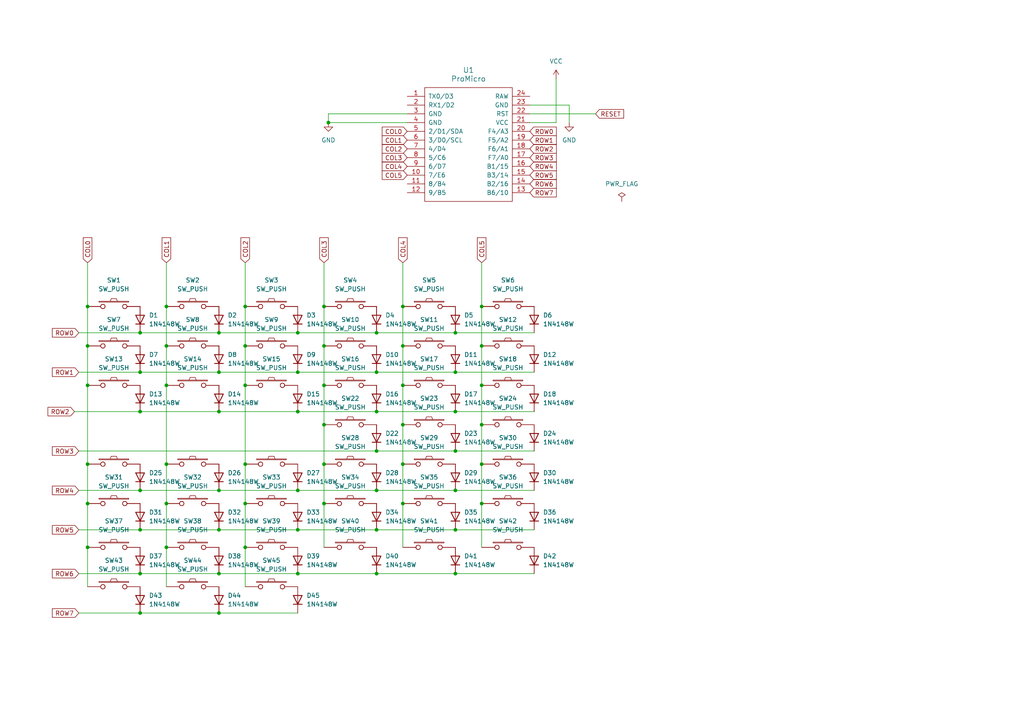
<source format=kicad_sch>
(kicad_sch (version 20230121) (generator eeschema)
  (paper "A4")
  (lib_symbols
    (symbol "Diode:1N4148W" (pin_numbers hide) (pin_names hide)
      (property "Reference" "D" (at 0 2.54 0))
      (property "Value" "1N4148W" (at 0 -2.54 0))
      (symbol "1N4148W_0_1"
        (polyline (pts (xy -1.27 1.27) (xy -1.27 -1.27)) (stroke (width 0.254)))
        (polyline (pts (xy 1.27 0) (xy -1.27 0)))
        (polyline (pts (xy 1.27 1.27) (xy 1.27 -1.27) (xy -1.27 0) (xy 1.27 1.27)) (stroke (width 0.254)))
      )
      (symbol "1N4148W_1_1"
        (pin passive line (at -3.81 0 0) (length 2.54) (name "K") (number "1"))
        (pin passive line (at 3.81 0 180) (length 2.54) (name "A") (number "2"))
      )
    )
    (symbol "kbd:ProMicro" (pin_names (offset 1.016))
      (property "Reference" "U" (at 0 19.05 0))
      (property "Value" "ProMicro" (at 0 -19.05 0))
      (symbol "ProMicro_0_1"
        (rectangle (start -12.7 16.51) (end 12.7 -16.51))
      )
      (symbol "ProMicro_1_1"
        (pin bidirectional line (at -17.78 13.97 0) (length 5.08) (name "TX0/D3") (number "1"))
        (pin bidirectional line (at -17.78 -8.89 0) (length 5.08) (name "7/E6") (number "10"))
        (pin bidirectional line (at -17.78 -11.43 0) (length 5.08) (name "8/B4") (number "11"))
        (pin bidirectional line (at -17.78 -13.97 0) (length 5.08) (name "9/B5") (number "12"))
        (pin bidirectional line (at 17.78 -13.97 180) (length 5.08) (name "B6/10") (number "13"))
        (pin bidirectional line (at 17.78 -11.43 180) (length 5.08) (name "B2/16") (number "14"))
        (pin bidirectional line (at 17.78 -8.89 180) (length 5.08) (name "B3/14") (number "15"))
        (pin bidirectional line (at 17.78 -6.35 180) (length 5.08) (name "B1/15") (number "16"))
        (pin bidirectional line (at 17.78 -3.81 180) (length 5.08) (name "F7/A0") (number "17"))
        (pin bidirectional line (at 17.78 -1.27 180) (length 5.08) (name "F6/A1") (number "18"))
        (pin bidirectional line (at 17.78 1.27 180) (length 5.08) (name "F5/A2") (number "19"))
        (pin bidirectional line (at -17.78 11.43 0) (length 5.08) (name "RX1/D2") (number "2"))
        (pin bidirectional line (at 17.78 3.81 180) (length 5.08) (name "F4/A3") (number "20"))
        (pin power_in line (at 17.78 6.35 180) (length 5.08) (name "VCC") (number "21"))
        (pin input line (at 17.78 8.89 180) (length 5.08) (name "RST") (number "22"))
        (pin power_in line (at 17.78 11.43 180) (length 5.08) (name "GND") (number "23"))
        (pin power_out line (at 17.78 13.97 180) (length 5.08) (name "RAW") (number "24"))
        (pin power_in line (at -17.78 8.89 0) (length 5.08) (name "GND") (number "3"))
        (pin power_in line (at -17.78 6.35 0) (length 5.08) (name "GND") (number "4"))
        (pin bidirectional line (at -17.78 3.81 0) (length 5.08) (name "2/D1/SDA") (number "5"))
        (pin bidirectional line (at -17.78 1.27 0) (length 5.08) (name "3/D0/SCL") (number "6"))
        (pin bidirectional line (at -17.78 -1.27 0) (length 5.08) (name "4/D4") (number "7"))
        (pin bidirectional line (at -17.78 -3.81 0) (length 5.08) (name "5/C6") (number "8"))
        (pin bidirectional line (at -17.78 -6.35 0) (length 5.08) (name "6/D7") (number "9"))
      )
    )
    (symbol "kbd:SW_PUSH" (pin_numbers hide) (pin_names (offset 1.016) hide)
      (property "Reference" "SW" (at 3.81 2.794 0))
      (property "Value" "SW_PUSH" (at 0 -2.032 0))
      (symbol "SW_PUSH_0_1"
        (rectangle (start -4.318 1.27) (end 4.318 1.524))
        (polyline (pts (xy -1.016 1.524) (xy -0.762 2.286) (xy 0.762 2.286) (xy 1.016 1.524)))
        (pin passive inverted (at -7.62 0 0) (length 5.08) (name "1") (number "1"))
        (pin passive inverted (at 7.62 0 180) (length 5.08) (name "2") (number "2"))
      )
    )
    (symbol "power:GND" (power) (pin_names (offset 0))
      (property "Value" "GND" (at 0 -3.81 0))
      (symbol "GND_0_1"
        (polyline (pts (xy 0 0) (xy 0 -1.27) (xy 1.27 -1.27) (xy 0 -2.54) (xy -1.27 -1.27) (xy 0 -1.27)))
      )
      (symbol "GND_1_1"
        (pin power_in line (at 0 0 270) (length 0) hide (name "GND") (number "1"))
      )
    )
    (symbol "power:PWR_FLAG" (power) (pin_numbers hide) (pin_names (offset 0) hide)
      (property "Value" "PWR_FLAG" (at 0 3.81 0))
      (symbol "PWR_FLAG_0_0"
        (pin power_out line (at 0 0 90) (length 0) (name "pwr") (number "1"))
      )
      (symbol "PWR_FLAG_0_1"
        (polyline (pts (xy 0 0) (xy 0 1.27) (xy -1.016 1.905) (xy 0 2.54) (xy 1.016 1.905) (xy 0 1.27)))
      )
    )
    (symbol "power:VCC" (power) (pin_names (offset 0))
      (property "Value" "VCC" (at 0 3.81 0))
      (symbol "VCC_0_1"
        (polyline (pts (xy -0.762 1.27) (xy 0 2.54)))
        (polyline (pts (xy 0 0) (xy 0 2.54)))
        (polyline (pts (xy 0 2.54) (xy 0.762 1.27)))
      )
      (symbol "VCC_1_1"
        (pin power_in line (at 0 0 90) (length 0) hide (name "VCC") (number "1"))
      )
    )
  )
  (junction (at 40.64 96.52))
  (junction (at 139.7 111.76))
  (junction (at 86.36 96.52))
  (junction (at 93.98 88.9))
  (junction (at 48.26 134.62))
  (junction (at 116.84 123.19))
  (junction (at 132.08 119.38))
  (junction (at 86.36 166.37))
  (junction (at 63.5 166.37))
  (junction (at 132.08 107.95))
  (junction (at 63.5 107.95))
  (junction (at 48.26 88.9))
  (junction (at 93.98 146.05))
  (junction (at 93.98 123.19))
  (junction (at 25.4 100.33))
  (junction (at 116.84 134.62))
  (junction (at 63.5 177.8))
  (junction (at 95.25 35.56))
  (junction (at 71.12 158.75))
  (junction (at 139.7 100.33))
  (junction (at 109.22 166.37))
  (junction (at 132.08 153.67))
  (junction (at 63.5 96.52))
  (junction (at 132.08 166.37))
  (junction (at 116.84 88.9))
  (junction (at 40.64 177.8))
  (junction (at 109.22 130.81))
  (junction (at 139.7 123.19))
  (junction (at 116.84 100.33))
  (junction (at 63.5 119.38))
  (junction (at 116.84 146.05))
  (junction (at 48.26 146.05))
  (junction (at 40.64 166.37))
  (junction (at 25.4 111.76))
  (junction (at 109.22 96.52))
  (junction (at 71.12 88.9))
  (junction (at 25.4 146.05))
  (junction (at 40.64 107.95))
  (junction (at 86.36 153.67))
  (junction (at 109.22 153.67))
  (junction (at 132.08 130.81))
  (junction (at 132.08 96.52))
  (junction (at 139.7 134.62))
  (junction (at 93.98 134.62))
  (junction (at 109.22 107.95))
  (junction (at 86.36 107.95))
  (junction (at 48.26 158.75))
  (junction (at 139.7 146.05))
  (junction (at 40.64 142.24))
  (junction (at 40.64 153.67))
  (junction (at 71.12 100.33))
  (junction (at 71.12 111.76))
  (junction (at 48.26 111.76))
  (junction (at 93.98 100.33))
  (junction (at 40.64 119.38))
  (junction (at 25.4 158.75))
  (junction (at 25.4 88.9))
  (junction (at 63.5 142.24))
  (junction (at 63.5 153.67))
  (junction (at 109.22 119.38))
  (junction (at 71.12 134.62))
  (junction (at 86.36 142.24))
  (junction (at 25.4 134.62))
  (junction (at 139.7 88.9))
  (junction (at 132.08 142.24))
  (junction (at 116.84 111.76))
  (junction (at 109.22 142.24))
  (junction (at 71.12 146.05))
  (junction (at 48.26 100.33))
  (junction (at 86.36 119.38))
  (junction (at 93.98 111.76))
  (wire (pts (xy 71.12 88.9) (xy 71.12 100.33)))
  (wire (pts (xy 139.7 100.33) (xy 139.7 111.76)))
  (wire (pts (xy 116.84 146.05) (xy 116.84 158.75)))
  (wire (pts (xy 93.98 76.2) (xy 93.98 88.9)))
  (wire (pts (xy 172.72 33.02) (xy 153.67 33.02)))
  (wire (pts (xy 116.84 134.62) (xy 116.84 146.05)))
  (wire (pts (xy 109.22 96.52) (xy 132.08 96.52)))
  (wire (pts (xy 86.36 107.95) (xy 109.22 107.95)))
  (wire (pts (xy 63.5 177.8) (xy 86.36 177.8)))
  (wire (pts (xy 22.86 166.37) (xy 40.64 166.37)))
  (wire (pts (xy 116.84 100.33) (xy 116.84 111.76)))
  (wire (pts (xy 93.98 88.9) (xy 93.98 100.33)))
  (wire (pts (xy 139.7 111.76) (xy 139.7 123.19)))
  (wire (pts (xy 25.4 111.76) (xy 25.4 134.62)))
  (wire (pts (xy 139.7 134.62) (xy 139.7 146.05)))
  (wire (pts (xy 116.84 123.19) (xy 116.84 134.62)))
  (wire (pts (xy 25.4 76.2) (xy 25.4 88.9)))
  (wire (pts (xy 139.7 123.19) (xy 139.7 134.62)))
  (wire (pts (xy 161.29 35.56) (xy 161.29 22.86)))
  (wire (pts (xy 22.86 130.81) (xy 109.22 130.81)))
  (wire (pts (xy 109.22 107.95) (xy 132.08 107.95)))
  (wire (pts (xy 40.64 107.95) (xy 63.5 107.95)))
  (wire (pts (xy 109.22 130.81) (xy 132.08 130.81)))
  (wire (pts (xy 139.7 88.9) (xy 139.7 100.33)))
  (wire (pts (xy 71.12 134.62) (xy 71.12 146.05)))
  (wire (pts (xy 25.4 146.05) (xy 25.4 158.75)))
  (wire (pts (xy 95.25 35.56) (xy 118.11 35.56)))
  (wire (pts (xy 153.67 35.56) (xy 161.29 35.56)))
  (wire (pts (xy 22.86 96.52) (xy 40.64 96.52)))
  (wire (pts (xy 25.4 134.62) (xy 25.4 146.05)))
  (wire (pts (xy 86.36 166.37) (xy 109.22 166.37)))
  (wire (pts (xy 132.08 130.81) (xy 154.94 130.81)))
  (wire (pts (xy 40.64 119.38) (xy 63.5 119.38)))
  (wire (pts (xy 139.7 146.05) (xy 139.7 158.75)))
  (wire (pts (xy 40.64 153.67) (xy 63.5 153.67)))
  (wire (pts (xy 48.26 158.75) (xy 48.26 170.18)))
  (wire (pts (xy 63.5 119.38) (xy 86.36 119.38)))
  (wire (pts (xy 71.12 76.2) (xy 71.12 88.9)))
  (wire (pts (xy 165.1 30.48) (xy 165.1 35.56)))
  (wire (pts (xy 71.12 100.33) (xy 71.12 111.76)))
  (wire (pts (xy 22.86 142.24) (xy 40.64 142.24)))
  (wire (pts (xy 95.25 33.02) (xy 95.25 35.56)))
  (wire (pts (xy 132.08 142.24) (xy 154.94 142.24)))
  (wire (pts (xy 132.08 96.52) (xy 154.94 96.52)))
  (wire (pts (xy 86.36 142.24) (xy 109.22 142.24)))
  (wire (pts (xy 25.4 88.9) (xy 25.4 100.33)))
  (wire (pts (xy 93.98 146.05) (xy 93.98 158.75)))
  (wire (pts (xy 139.7 76.2) (xy 139.7 88.9)))
  (wire (pts (xy 93.98 123.19) (xy 93.98 134.62)))
  (wire (pts (xy 63.5 153.67) (xy 86.36 153.67)))
  (wire (pts (xy 40.64 96.52) (xy 63.5 96.52)))
  (wire (pts (xy 132.08 153.67) (xy 154.94 153.67)))
  (wire (pts (xy 22.86 177.8) (xy 40.64 177.8)))
  (wire (pts (xy 25.4 158.75) (xy 25.4 170.18)))
  (wire (pts (xy 118.11 33.02) (xy 95.25 33.02)))
  (wire (pts (xy 22.86 107.95) (xy 40.64 107.95)))
  (wire (pts (xy 86.36 96.52) (xy 109.22 96.52)))
  (wire (pts (xy 109.22 142.24) (xy 132.08 142.24)))
  (wire (pts (xy 132.08 119.38) (xy 154.94 119.38)))
  (wire (pts (xy 109.22 166.37) (xy 132.08 166.37)))
  (wire (pts (xy 48.26 88.9) (xy 48.26 100.33)))
  (wire (pts (xy 40.64 166.37) (xy 63.5 166.37)))
  (wire (pts (xy 116.84 76.2) (xy 116.84 88.9)))
  (wire (pts (xy 116.84 111.76) (xy 116.84 123.19)))
  (wire (pts (xy 40.64 142.24) (xy 63.5 142.24)))
  (wire (pts (xy 40.64 177.8) (xy 63.5 177.8)))
  (wire (pts (xy 22.86 153.67) (xy 40.64 153.67)))
  (wire (pts (xy 93.98 100.33) (xy 93.98 111.76)))
  (wire (pts (xy 153.67 30.48) (xy 165.1 30.48)))
  (wire (pts (xy 93.98 111.76) (xy 93.98 123.19)))
  (wire (pts (xy 71.12 146.05) (xy 71.12 158.75)))
  (wire (pts (xy 48.26 134.62) (xy 48.26 146.05)))
  (wire (pts (xy 132.08 107.95) (xy 154.94 107.95)))
  (wire (pts (xy 63.5 142.24) (xy 86.36 142.24)))
  (wire (pts (xy 63.5 107.95) (xy 86.36 107.95)))
  (wire (pts (xy 63.5 166.37) (xy 86.36 166.37)))
  (wire (pts (xy 86.36 153.67) (xy 109.22 153.67)))
  (wire (pts (xy 93.98 134.62) (xy 93.98 146.05)))
  (wire (pts (xy 48.26 111.76) (xy 48.26 134.62)))
  (wire (pts (xy 48.26 76.2) (xy 48.26 88.9)))
  (wire (pts (xy 132.08 166.37) (xy 154.94 166.37)))
  (wire (pts (xy 25.4 100.33) (xy 25.4 111.76)))
  (wire (pts (xy 21.59 119.38) (xy 40.64 119.38)))
  (wire (pts (xy 86.36 119.38) (xy 109.22 119.38)))
  (wire (pts (xy 109.22 119.38) (xy 132.08 119.38)))
  (wire (pts (xy 63.5 96.52) (xy 86.36 96.52)))
  (wire (pts (xy 71.12 158.75) (xy 71.12 170.18)))
  (wire (pts (xy 48.26 146.05) (xy 48.26 158.75)))
  (wire (pts (xy 71.12 111.76) (xy 71.12 134.62)))
  (wire (pts (xy 48.26 100.33) (xy 48.26 111.76)))
  (wire (pts (xy 116.84 88.9) (xy 116.84 100.33)))
  (wire (pts (xy 109.22 153.67) (xy 132.08 153.67)))
  (global_label "ROW3" (shape input) (at 22.86 130.81 180) (property "Intersheetrefs" "${INTERSHEET_REFS}" (effects hide)))
  (global_label "ROW7" (shape input) (at 22.86 177.8 180) (property "Intersheetrefs" "${INTERSHEET_REFS}" (effects hide)))
  (global_label "ROW7" (shape input) (at 153.67 55.88 0) (property "Intersheetrefs" "${INTERSHEET_REFS}" (effects hide)))
  (global_label "ROW0" (shape input) (at 22.86 96.52 180) (property "Intersheetrefs" "${INTERSHEET_REFS}" (effects hide)))
  (global_label "COL2" (shape input) (at 118.11 43.18 180) (property "Intersheetrefs" "${INTERSHEET_REFS}" (effects hide)))
  (global_label "ROW6" (shape input) (at 153.67 53.34 0) (property "Intersheetrefs" "${INTERSHEET_REFS}" (effects hide)))
  (global_label "ROW0" (shape input) (at 153.67 38.1 0) (property "Intersheetrefs" "${INTERSHEET_REFS}" (effects hide)))
  (global_label "COL1" (shape input) (at 48.26 76.2 90) (property "Intersheetrefs" "${INTERSHEET_REFS}" (effects hide)))
  (global_label "COL4" (shape input) (at 118.11 48.26 180) (property "Intersheetrefs" "${INTERSHEET_REFS}" (effects hide)))
  (global_label "ROW1" (shape input) (at 22.86 107.95 180) (property "Intersheetrefs" "${INTERSHEET_REFS}" (effects hide)))
  (global_label "ROW4" (shape input) (at 22.86 142.24 180) (property "Intersheetrefs" "${INTERSHEET_REFS}" (effects hide)))
  (global_label "COL5" (shape input) (at 118.11 50.8 180) (property "Intersheetrefs" "${INTERSHEET_REFS}" (effects hide)))
  (global_label "RESET" (shape input) (at 172.72 33.02 0) (property "Intersheetrefs" "${INTERSHEET_REFS}" (effects hide)))
  (global_label "ROW2" (shape input) (at 153.67 43.18 0) (property "Intersheetrefs" "${INTERSHEET_REFS}" (effects hide)))
  (global_label "COL3" (shape input) (at 118.11 45.72 180) (property "Intersheetrefs" "${INTERSHEET_REFS}" (effects hide)))
  (global_label "ROW5" (shape input) (at 153.67 50.8 0) (property "Intersheetrefs" "${INTERSHEET_REFS}" (effects hide)))
  (global_label "COL5" (shape input) (at 139.7 76.2 90) (property "Intersheetrefs" "${INTERSHEET_REFS}" (effects hide)))
  (global_label "COL0" (shape input) (at 118.11 38.1 180) (property "Intersheetrefs" "${INTERSHEET_REFS}" (effects hide)))
  (global_label "ROW5" (shape input) (at 22.86 153.67 180) (property "Intersheetrefs" "${INTERSHEET_REFS}" (effects hide)))
  (global_label "COL0" (shape input) (at 25.4 76.2 90) (property "Intersheetrefs" "${INTERSHEET_REFS}" (effects hide)))
  (global_label "COL1" (shape input) (at 118.11 40.64 180) (property "Intersheetrefs" "${INTERSHEET_REFS}" (effects hide)))
  (global_label "ROW6" (shape input) (at 22.86 166.37 180) (property "Intersheetrefs" "${INTERSHEET_REFS}" (effects hide)))
  (global_label "ROW3" (shape input) (at 153.67 45.72 0) (property "Intersheetrefs" "${INTERSHEET_REFS}" (effects hide)))
  (global_label "COL2" (shape input) (at 71.12 76.2 90) (property "Intersheetrefs" "${INTERSHEET_REFS}" (effects hide)))
  (global_label "COL4" (shape input) (at 116.84 76.2 90) (property "Intersheetrefs" "${INTERSHEET_REFS}" (effects hide)))
  (global_label "ROW4" (shape input) (at 153.67 48.26 0) (property "Intersheetrefs" "${INTERSHEET_REFS}" (effects hide)))
  (global_label "ROW2" (shape input) (at 21.59 119.38 180) (property "Intersheetrefs" "${INTERSHEET_REFS}" (effects hide)))
  (global_label "ROW1" (shape input) (at 153.67 40.64 0) (property "Intersheetrefs" "${INTERSHEET_REFS}" (effects hide)))
  (global_label "COL3" (shape input) (at 93.98 76.2 90) (property "Intersheetrefs" "${INTERSHEET_REFS}" (effects hide)))
  (symbol (lib_id "kbd:SW_PUSH") (at 33.02 88.9 0) (unit 1)
    (property "Reference" "SW1" (at 33.02 81.28 0))
    (property "Value" "SW_PUSH" (at 33.02 83.82 0))
  )
  (symbol (lib_id "Diode:1N4148W") (at 154.94 138.43 90) (unit 1)
    (property "Reference" "D30" (at 157.48 137.16 90) (effects (justify right)))
    (property "Value" "1N4148W" (at 157.48 139.7 90) (effects (justify right)))
    (property "Footprint" "Diode_SMD:D_SOD-123" (effects hide))
    (property "Datasheet" "https://www.vishay.com/docs/85748/1n4148w.pdf" (effects hide))
    (property "Sim.Device" "D" (effects hide))
    (property "Sim.Pins" "1=K 2=A" (effects hide))
  )
  (symbol (lib_id "kbd:SW_PUSH") (at 101.6 123.19 0) (unit 1)
    (property "Reference" "SW22" (at 101.6 115.57 0))
    (property "Value" "SW_PUSH" (at 101.6 118.11 0))
  )
  (symbol (lib_id "Diode:1N4148W") (at 86.36 162.56 90) (unit 1)
    (property "Reference" "D39" (at 88.9 161.29 90) (effects (justify right)))
    (property "Value" "1N4148W" (at 88.9 163.83 90) (effects (justify right)))
    (property "Footprint" "Diode_SMD:D_SOD-123" (effects hide))
    (property "Datasheet" "https://www.vishay.com/docs/85748/1n4148w.pdf" (effects hide))
    (property "Sim.Device" "D" (effects hide))
    (property "Sim.Pins" "1=K 2=A" (effects hide))
  )
  (symbol (lib_id "kbd:ProMicro") (at 135.89 41.91 0) (unit 1)
    (property "Reference" "U1" (at 135.89 20.32 0) (effects (font (size 1.524 1.524))))
    (property "Value" "ProMicro" (at 135.89 22.86 0) (effects (font (size 1.524 1.524))))
  )
  (symbol (lib_id "kbd:SW_PUSH") (at 55.88 158.75 0) (unit 1)
    (property "Reference" "SW38" (at 55.88 151.13 0))
    (property "Value" "SW_PUSH" (at 55.88 153.67 0))
  )
  (symbol (lib_id "Diode:1N4148W") (at 86.36 115.57 90) (unit 1)
    (property "Reference" "D15" (at 88.9 114.3 90) (effects (justify right)))
    (property "Value" "1N4148W" (at 88.9 116.84 90) (effects (justify right)))
    (property "Footprint" "Diode_SMD:D_SOD-123" (effects hide))
    (property "Datasheet" "https://www.vishay.com/docs/85748/1n4148w.pdf" (effects hide))
    (property "Sim.Device" "D" (effects hide))
    (property "Sim.Pins" "1=K 2=A" (effects hide))
  )
  (symbol (lib_id "Diode:1N4148W") (at 40.64 92.71 90) (unit 1)
    (property "Reference" "D1" (at 43.18 91.44 90) (effects (justify right)))
    (property "Value" "1N4148W" (at 43.18 93.98 90) (effects (justify right)))
    (property "Footprint" "Diode_SMD:D_SOD-123" (effects hide))
    (property "Datasheet" "https://www.vishay.com/docs/85748/1n4148w.pdf" (effects hide))
    (property "Sim.Device" "D" (effects hide))
    (property "Sim.Pins" "1=K 2=A" (effects hide))
  )
  (symbol (lib_id "Diode:1N4148W") (at 109.22 92.71 90) (unit 1)
    (property "Reference" "D4" (at 111.76 91.44 90) (effects (justify right)))
    (property "Value" "1N4148W" (at 111.76 93.98 90) (effects (justify right)))
    (property "Footprint" "Diode_SMD:D_SOD-123" (effects hide))
    (property "Datasheet" "https://www.vishay.com/docs/85748/1n4148w.pdf" (effects hide))
    (property "Sim.Device" "D" (effects hide))
    (property "Sim.Pins" "1=K 2=A" (effects hide))
  )
  (symbol (lib_id "kbd:SW_PUSH") (at 124.46 100.33 0) (unit 1)
    (property "Reference" "SW11" (at 124.46 92.71 0))
    (property "Value" "SW_PUSH" (at 124.46 95.25 0))
  )
  (symbol (lib_id "Diode:1N4148W") (at 63.5 138.43 90) (unit 1)
    (property "Reference" "D26" (at 66.04 137.16 90) (effects (justify right)))
    (property "Value" "1N4148W" (at 66.04 139.7 90) (effects (justify right)))
    (property "Footprint" "Diode_SMD:D_SOD-123" (effects hide))
    (property "Datasheet" "https://www.vishay.com/docs/85748/1n4148w.pdf" (effects hide))
    (property "Sim.Device" "D" (effects hide))
    (property "Sim.Pins" "1=K 2=A" (effects hide))
  )
  (symbol (lib_id "Diode:1N4148W") (at 154.94 127 90) (unit 1)
    (property "Reference" "D24" (at 157.48 125.73 90) (effects (justify right)))
    (property "Value" "1N4148W" (at 157.48 128.27 90) (effects (justify right)))
    (property "Footprint" "Diode_SMD:D_SOD-123" (effects hide))
    (property "Datasheet" "https://www.vishay.com/docs/85748/1n4148w.pdf" (effects hide))
    (property "Sim.Device" "D" (effects hide))
    (property "Sim.Pins" "1=K 2=A" (effects hide))
  )
  (symbol (lib_id "Diode:1N4148W") (at 86.36 149.86 90) (unit 1)
    (property "Reference" "D33" (at 88.9 148.59 90) (effects (justify right)))
    (property "Value" "1N4148W" (at 88.9 151.13 90) (effects (justify right)))
    (property "Footprint" "Diode_SMD:D_SOD-123" (effects hide))
    (property "Datasheet" "https://www.vishay.com/docs/85748/1n4148w.pdf" (effects hide))
    (property "Sim.Device" "D" (effects hide))
    (property "Sim.Pins" "1=K 2=A" (effects hide))
  )
  (symbol (lib_id "Diode:1N4148W") (at 109.22 115.57 90) (unit 1)
    (property "Reference" "D16" (at 111.76 114.3 90) (effects (justify right)))
    (property "Value" "1N4148W" (at 111.76 116.84 90) (effects (justify right)))
    (property "Footprint" "Diode_SMD:D_SOD-123" (effects hide))
    (property "Datasheet" "https://www.vishay.com/docs/85748/1n4148w.pdf" (effects hide))
    (property "Sim.Device" "D" (effects hide))
    (property "Sim.Pins" "1=K 2=A" (effects hide))
  )
  (symbol (lib_id "kbd:SW_PUSH") (at 147.32 123.19 0) (unit 1)
    (property "Reference" "SW24" (at 147.32 115.57 0))
    (property "Value" "SW_PUSH" (at 147.32 118.11 0))
  )
  (symbol (lib_id "kbd:SW_PUSH") (at 55.88 88.9 0) (unit 1)
    (property "Reference" "SW2" (at 55.88 81.28 0))
    (property "Value" "SW_PUSH" (at 55.88 83.82 0))
  )
  (symbol (lib_id "Diode:1N4148W") (at 63.5 173.99 90) (unit 1)
    (property "Reference" "D44" (at 66.04 172.72 90) (effects (justify right)))
    (property "Value" "1N4148W" (at 66.04 175.26 90) (effects (justify right)))
    (property "Footprint" "Diode_SMD:D_SOD-123" (effects hide))
    (property "Datasheet" "https://www.vishay.com/docs/85748/1n4148w.pdf" (effects hide))
    (property "Sim.Device" "D" (effects hide))
    (property "Sim.Pins" "1=K 2=A" (effects hide))
  )
  (symbol (lib_id "Diode:1N4148W") (at 40.64 149.86 90) (unit 1)
    (property "Reference" "D31" (at 43.18 148.59 90) (effects (justify right)))
    (property "Value" "1N4148W" (at 43.18 151.13 90) (effects (justify right)))
    (property "Footprint" "Diode_SMD:D_SOD-123" (effects hide))
    (property "Datasheet" "https://www.vishay.com/docs/85748/1n4148w.pdf" (effects hide))
    (property "Sim.Device" "D" (effects hide))
    (property "Sim.Pins" "1=K 2=A" (effects hide))
  )
  (symbol (lib_id "kbd:SW_PUSH") (at 101.6 111.76 0) (unit 1)
    (property "Reference" "SW16" (at 101.6 104.14 0))
    (property "Value" "SW_PUSH" (at 101.6 106.68 0))
  )
  (symbol (lib_id "Diode:1N4148W") (at 109.22 162.56 90) (unit 1)
    (property "Reference" "D40" (at 111.76 161.29 90) (effects (justify right)))
    (property "Value" "1N4148W" (at 111.76 163.83 90) (effects (justify right)))
    (property "Footprint" "Diode_SMD:D_SOD-123" (effects hide))
    (property "Datasheet" "https://www.vishay.com/docs/85748/1n4148w.pdf" (effects hide))
    (property "Sim.Device" "D" (effects hide))
    (property "Sim.Pins" "1=K 2=A" (effects hide))
  )
  (symbol (lib_id "Diode:1N4148W") (at 86.36 104.14 90) (unit 1)
    (property "Reference" "D9" (at 88.9 102.87 90) (effects (justify right)))
    (property "Value" "1N4148W" (at 88.9 105.41 90) (effects (justify right)))
    (property "Footprint" "Diode_SMD:D_SOD-123" (effects hide))
    (property "Datasheet" "https://www.vishay.com/docs/85748/1n4148w.pdf" (effects hide))
    (property "Sim.Device" "D" (effects hide))
    (property "Sim.Pins" "1=K 2=A" (effects hide))
  )
  (symbol (lib_id "kbd:SW_PUSH") (at 101.6 134.62 0) (unit 1)
    (property "Reference" "SW28" (at 101.6 127 0))
    (property "Value" "SW_PUSH" (at 101.6 129.54 0))
  )
  (symbol (lib_id "kbd:SW_PUSH") (at 33.02 170.18 0) (unit 1)
    (property "Reference" "SW43" (at 33.02 162.56 0))
    (property "Value" "SW_PUSH" (at 33.02 165.1 0))
  )
  (symbol (lib_id "kbd:SW_PUSH") (at 33.02 158.75 0) (unit 1)
    (property "Reference" "SW37" (at 33.02 151.13 0))
    (property "Value" "SW_PUSH" (at 33.02 153.67 0))
  )
  (symbol (lib_id "kbd:SW_PUSH") (at 101.6 158.75 0) (unit 1)
    (property "Reference" "SW40" (at 101.6 151.13 0))
    (property "Value" "SW_PUSH" (at 101.6 153.67 0))
  )
  (symbol (lib_id "kbd:SW_PUSH") (at 101.6 88.9 0) (unit 1)
    (property "Reference" "SW4" (at 101.6 81.28 0))
    (property "Value" "SW_PUSH" (at 101.6 83.82 0))
  )
  (symbol (lib_id "power:VCC") (at 161.29 22.86 0) (unit 1)
    (property "Reference" "#PWR02" (effects hide))
    (property "Value" "VCC" (at 161.29 17.78 0))
  )
  (symbol (lib_id "kbd:SW_PUSH") (at 124.46 134.62 0) (unit 1)
    (property "Reference" "SW29" (at 124.46 127 0))
    (property "Value" "SW_PUSH" (at 124.46 129.54 0))
  )
  (symbol (lib_id "Diode:1N4148W") (at 86.36 173.99 90) (unit 1)
    (property "Reference" "D45" (at 88.9 172.72 90) (effects (justify right)))
    (property "Value" "1N4148W" (at 88.9 175.26 90) (effects (justify right)))
    (property "Footprint" "Diode_SMD:D_SOD-123" (effects hide))
    (property "Datasheet" "https://www.vishay.com/docs/85748/1n4148w.pdf" (effects hide))
    (property "Sim.Device" "D" (effects hide))
    (property "Sim.Pins" "1=K 2=A" (effects hide))
  )
  (symbol (lib_id "Diode:1N4148W") (at 132.08 162.56 90) (unit 1)
    (property "Reference" "D41" (at 134.62 161.29 90) (effects (justify right)))
    (property "Value" "1N4148W" (at 134.62 163.83 90) (effects (justify right)))
    (property "Footprint" "Diode_SMD:D_SOD-123" (effects hide))
    (property "Datasheet" "https://www.vishay.com/docs/85748/1n4148w.pdf" (effects hide))
    (property "Sim.Device" "D" (effects hide))
    (property "Sim.Pins" "1=K 2=A" (effects hide))
  )
  (symbol (lib_id "Diode:1N4148W") (at 109.22 104.14 90) (unit 1)
    (property "Reference" "D10" (at 111.76 102.87 90) (effects (justify right)))
    (property "Value" "1N4148W" (at 111.76 105.41 90) (effects (justify right)))
    (property "Footprint" "Diode_SMD:D_SOD-123" (effects hide))
    (property "Datasheet" "https://www.vishay.com/docs/85748/1n4148w.pdf" (effects hide))
    (property "Sim.Device" "D" (effects hide))
    (property "Sim.Pins" "1=K 2=A" (effects hide))
  )
  (symbol (lib_id "kbd:SW_PUSH") (at 124.46 146.05 0) (unit 1)
    (property "Reference" "SW35" (at 124.46 138.43 0))
    (property "Value" "SW_PUSH" (at 124.46 140.97 0))
  )
  (symbol (lib_id "Diode:1N4148W") (at 132.08 127 90) (unit 1)
    (property "Reference" "D23" (at 134.62 125.73 90) (effects (justify right)))
    (property "Value" "1N4148W" (at 134.62 128.27 90) (effects (justify right)))
    (property "Footprint" "Diode_SMD:D_SOD-123" (effects hide))
    (property "Datasheet" "https://www.vishay.com/docs/85748/1n4148w.pdf" (effects hide))
    (property "Sim.Device" "D" (effects hide))
    (property "Sim.Pins" "1=K 2=A" (effects hide))
  )
  (symbol (lib_id "kbd:SW_PUSH") (at 55.88 100.33 0) (unit 1)
    (property "Reference" "SW8" (at 55.88 92.71 0))
    (property "Value" "SW_PUSH" (at 55.88 95.25 0))
  )
  (symbol (lib_id "kbd:SW_PUSH") (at 55.88 170.18 0) (unit 1)
    (property "Reference" "SW44" (at 55.88 162.56 0))
    (property "Value" "SW_PUSH" (at 55.88 165.1 0))
  )
  (symbol (lib_id "kbd:SW_PUSH") (at 33.02 100.33 0) (unit 1)
    (property "Reference" "SW7" (at 33.02 92.71 0))
    (property "Value" "SW_PUSH" (at 33.02 95.25 0))
  )
  (symbol (lib_id "kbd:SW_PUSH") (at 33.02 146.05 0) (unit 1)
    (property "Reference" "SW31" (at 33.02 138.43 0))
    (property "Value" "SW_PUSH" (at 33.02 140.97 0))
  )
  (symbol (lib_id "kbd:SW_PUSH") (at 147.32 158.75 0) (unit 1)
    (property "Reference" "SW42" (at 147.32 151.13 0))
    (property "Value" "SW_PUSH" (at 147.32 153.67 0))
  )
  (symbol (lib_id "Diode:1N4148W") (at 63.5 115.57 90) (unit 1)
    (property "Reference" "D14" (at 66.04 114.3 90) (effects (justify right)))
    (property "Value" "1N4148W" (at 66.04 116.84 90) (effects (justify right)))
    (property "Footprint" "Diode_SMD:D_SOD-123" (effects hide))
    (property "Datasheet" "https://www.vishay.com/docs/85748/1n4148w.pdf" (effects hide))
    (property "Sim.Device" "D" (effects hide))
    (property "Sim.Pins" "1=K 2=A" (effects hide))
  )
  (symbol (lib_id "kbd:SW_PUSH") (at 101.6 100.33 0) (unit 1)
    (property "Reference" "SW10" (at 101.6 92.71 0))
    (property "Value" "SW_PUSH" (at 101.6 95.25 0))
  )
  (symbol (lib_id "kbd:SW_PUSH") (at 33.02 111.76 0) (unit 1)
    (property "Reference" "SW13" (at 33.02 104.14 0))
    (property "Value" "SW_PUSH" (at 33.02 106.68 0))
  )
  (symbol (lib_id "Diode:1N4148W") (at 154.94 149.86 90) (unit 1)
    (property "Reference" "D36" (at 157.48 148.59 90) (effects (justify right)))
    (property "Value" "1N4148W" (at 157.48 151.13 90) (effects (justify right)))
    (property "Footprint" "Diode_SMD:D_SOD-123" (effects hide))
    (property "Datasheet" "https://www.vishay.com/docs/85748/1n4148w.pdf" (effects hide))
    (property "Sim.Device" "D" (effects hide))
    (property "Sim.Pins" "1=K 2=A" (effects hide))
  )
  (symbol (lib_id "kbd:SW_PUSH") (at 147.32 111.76 0) (unit 1)
    (property "Reference" "SW18" (at 147.32 104.14 0))
    (property "Value" "SW_PUSH" (at 147.32 106.68 0))
  )
  (symbol (lib_id "kbd:SW_PUSH") (at 147.32 146.05 0) (unit 1)
    (property "Reference" "SW36" (at 147.32 138.43 0))
    (property "Value" "SW_PUSH" (at 147.32 140.97 0))
  )
  (symbol (lib_id "Diode:1N4148W") (at 132.08 138.43 90) (unit 1)
    (property "Reference" "D29" (at 134.62 137.16 90) (effects (justify right)))
    (property "Value" "1N4148W" (at 134.62 139.7 90) (effects (justify right)))
    (property "Footprint" "Diode_SMD:D_SOD-123" (effects hide))
    (property "Datasheet" "https://www.vishay.com/docs/85748/1n4148w.pdf" (effects hide))
    (property "Sim.Device" "D" (effects hide))
    (property "Sim.Pins" "1=K 2=A" (effects hide))
  )
  (symbol (lib_id "kbd:SW_PUSH") (at 78.74 100.33 0) (unit 1)
    (property "Reference" "SW9" (at 78.74 92.71 0))
    (property "Value" "SW_PUSH" (at 78.74 95.25 0))
  )
  (symbol (lib_id "kbd:SW_PUSH") (at 55.88 146.05 0) (unit 1)
    (property "Reference" "SW32" (at 55.88 138.43 0))
    (property "Value" "SW_PUSH" (at 55.88 140.97 0))
  )
  (symbol (lib_id "Diode:1N4148W") (at 132.08 115.57 90) (unit 1)
    (property "Reference" "D17" (at 134.62 114.3 90) (effects (justify right)))
    (property "Value" "1N4148W" (at 134.62 116.84 90) (effects (justify right)))
    (property "Footprint" "Diode_SMD:D_SOD-123" (effects hide))
    (property "Datasheet" "https://www.vishay.com/docs/85748/1n4148w.pdf" (effects hide))
    (property "Sim.Device" "D" (effects hide))
    (property "Sim.Pins" "1=K 2=A" (effects hide))
  )
  (symbol (lib_id "kbd:SW_PUSH") (at 124.46 123.19 0) (unit 1)
    (property "Reference" "SW23" (at 124.46 115.57 0))
    (property "Value" "SW_PUSH" (at 124.46 118.11 0))
  )
  (symbol (lib_id "power:GND") (at 165.1 35.56 0) (unit 1)
    (property "Reference" "#PWR01" (effects hide))
    (property "Value" "GND" (at 165.1 40.64 0))
  )
  (symbol (lib_id "Diode:1N4148W") (at 86.36 92.71 90) (unit 1)
    (property "Reference" "D3" (at 88.9 91.44 90) (effects (justify right)))
    (property "Value" "1N4148W" (at 88.9 93.98 90) (effects (justify right)))
    (property "Footprint" "Diode_SMD:D_SOD-123" (effects hide))
    (property "Datasheet" "https://www.vishay.com/docs/85748/1n4148w.pdf" (effects hide))
    (property "Sim.Device" "D" (effects hide))
    (property "Sim.Pins" "1=K 2=A" (effects hide))
  )
  (symbol (lib_id "Diode:1N4148W") (at 109.22 127 90) (unit 1)
    (property "Reference" "D22" (at 111.76 125.73 90) (effects (justify right)))
    (property "Value" "1N4148W" (at 111.76 128.27 90) (effects (justify right)))
    (property "Footprint" "Diode_SMD:D_SOD-123" (effects hide))
    (property "Datasheet" "https://www.vishay.com/docs/85748/1n4148w.pdf" (effects hide))
    (property "Sim.Device" "D" (effects hide))
    (property "Sim.Pins" "1=K 2=A" (effects hide))
  )
  (symbol (lib_id "Diode:1N4148W") (at 40.64 104.14 90) (unit 1)
    (property "Reference" "D7" (at 43.18 102.87 90) (effects (justify right)))
    (property "Value" "1N4148W" (at 43.18 105.41 90) (effects (justify right)))
    (property "Footprint" "Diode_SMD:D_SOD-123" (effects hide))
    (property "Datasheet" "https://www.vishay.com/docs/85748/1n4148w.pdf" (effects hide))
    (property "Sim.Device" "D" (effects hide))
    (property "Sim.Pins" "1=K 2=A" (effects hide))
  )
  (symbol (lib_id "kbd:SW_PUSH") (at 147.32 134.62 0) (unit 1)
    (property "Reference" "SW30" (at 147.32 127 0))
    (property "Value" "SW_PUSH" (at 147.32 129.54 0))
  )
  (symbol (lib_id "Diode:1N4148W") (at 40.64 162.56 90) (unit 1)
    (property "Reference" "D37" (at 43.18 161.29 90) (effects (justify right)))
    (property "Value" "1N4148W" (at 43.18 163.83 90) (effects (justify right)))
    (property "Footprint" "Diode_SMD:D_SOD-123" (effects hide))
    (property "Datasheet" "https://www.vishay.com/docs/85748/1n4148w.pdf" (effects hide))
    (property "Sim.Device" "D" (effects hide))
    (property "Sim.Pins" "1=K 2=A" (effects hide))
  )
  (symbol (lib_id "kbd:SW_PUSH") (at 78.74 88.9 0) (unit 1)
    (property "Reference" "SW3" (at 78.74 81.28 0))
    (property "Value" "SW_PUSH" (at 78.74 83.82 0))
  )
  (symbol (lib_id "Diode:1N4148W") (at 109.22 138.43 90) (unit 1)
    (property "Reference" "D28" (at 111.76 137.16 90) (effects (justify right)))
    (property "Value" "1N4148W" (at 111.76 139.7 90) (effects (justify right)))
    (property "Footprint" "Diode_SMD:D_SOD-123" (effects hide))
    (property "Datasheet" "https://www.vishay.com/docs/85748/1n4148w.pdf" (effects hide))
    (property "Sim.Device" "D" (effects hide))
    (property "Sim.Pins" "1=K 2=A" (effects hide))
  )
  (symbol (lib_id "kbd:SW_PUSH") (at 124.46 88.9 0) (unit 1)
    (property "Reference" "SW5" (at 124.46 81.28 0))
    (property "Value" "SW_PUSH" (at 124.46 83.82 0))
  )
  (symbol (lib_id "power:PWR_FLAG") (at 180.34 58.42 0) (unit 1)
    (property "Reference" "#FLG01" (effects hide))
    (property "Value" "PWR_FLAG" (at 180.34 53.34 0))
  )
  (symbol (lib_id "Diode:1N4148W") (at 40.64 173.99 90) (unit 1)
    (property "Reference" "D43" (at 43.18 172.72 90) (effects (justify right)))
    (property "Value" "1N4148W" (at 43.18 175.26 90) (effects (justify right)))
    (property "Footprint" "Diode_SMD:D_SOD-123" (effects hide))
    (property "Datasheet" "https://www.vishay.com/docs/85748/1n4148w.pdf" (effects hide))
    (property "Sim.Device" "D" (effects hide))
    (property "Sim.Pins" "1=K 2=A" (effects hide))
  )
  (symbol (lib_id "Diode:1N4148W") (at 154.94 115.57 90) (unit 1)
    (property "Reference" "D18" (at 157.48 114.3 90) (effects (justify right)))
    (property "Value" "1N4148W" (at 157.48 116.84 90) (effects (justify right)))
    (property "Footprint" "Diode_SMD:D_SOD-123" (effects hide))
    (property "Datasheet" "https://www.vishay.com/docs/85748/1n4148w.pdf" (effects hide))
    (property "Sim.Device" "D" (effects hide))
    (property "Sim.Pins" "1=K 2=A" (effects hide))
  )
  (symbol (lib_id "kbd:SW_PUSH") (at 78.74 158.75 0) (unit 1)
    (property "Reference" "SW39" (at 78.74 151.13 0))
    (property "Value" "SW_PUSH" (at 78.74 153.67 0))
  )
  (symbol (lib_id "Diode:1N4148W") (at 132.08 104.14 90) (unit 1)
    (property "Reference" "D11" (at 134.62 102.87 90) (effects (justify right)))
    (property "Value" "1N4148W" (at 134.62 105.41 90) (effects (justify right)))
    (property "Footprint" "Diode_SMD:D_SOD-123" (effects hide))
    (property "Datasheet" "https://www.vishay.com/docs/85748/1n4148w.pdf" (effects hide))
    (property "Sim.Device" "D" (effects hide))
    (property "Sim.Pins" "1=K 2=A" (effects hide))
  )
  (symbol (lib_id "kbd:SW_PUSH") (at 124.46 111.76 0) (unit 1)
    (property "Reference" "SW17" (at 124.46 104.14 0))
    (property "Value" "SW_PUSH" (at 124.46 106.68 0))
  )
  (symbol (lib_id "Diode:1N4148W") (at 86.36 138.43 90) (unit 1)
    (property "Reference" "D27" (at 88.9 137.16 90) (effects (justify right)))
    (property "Value" "1N4148W" (at 88.9 139.7 90) (effects (justify right)))
    (property "Footprint" "Diode_SMD:D_SOD-123" (effects hide))
    (property "Datasheet" "https://www.vishay.com/docs/85748/1n4148w.pdf" (effects hide))
    (property "Sim.Device" "D" (effects hide))
    (property "Sim.Pins" "1=K 2=A" (effects hide))
  )
  (symbol (lib_id "kbd:SW_PUSH") (at 55.88 111.76 0) (unit 1)
    (property "Reference" "SW14" (at 55.88 104.14 0))
    (property "Value" "SW_PUSH" (at 55.88 106.68 0))
  )
  (symbol (lib_id "kbd:SW_PUSH") (at 33.02 134.62 0) (unit 1)
    (property "Reference" "SW25" (effects hide))
    (property "Value" "SW_PUSH" (effects hide))
  )
  (symbol (lib_id "kbd:SW_PUSH") (at 55.88 134.62 0) (unit 1)
    (property "Reference" "SW26" (effects hide))
    (property "Value" "SW_PUSH" (effects hide))
  )
  (symbol (lib_id "kbd:SW_PUSH") (at 101.6 146.05 0) (unit 1)
    (property "Reference" "SW34" (at 101.6 138.43 0))
    (property "Value" "SW_PUSH" (at 101.6 140.97 0))
  )
  (symbol (lib_id "Diode:1N4148W") (at 63.5 104.14 90) (unit 1)
    (property "Reference" "D8" (at 66.04 102.87 90) (effects (justify right)))
    (property "Value" "1N4148W" (at 66.04 105.41 90) (effects (justify right)))
    (property "Footprint" "Diode_SMD:D_SOD-123" (effects hide))
    (property "Datasheet" "https://www.vishay.com/docs/85748/1n4148w.pdf" (effects hide))
    (property "Sim.Device" "D" (effects hide))
    (property "Sim.Pins" "1=K 2=A" (effects hide))
  )
  (symbol (lib_id "Diode:1N4148W") (at 63.5 149.86 90) (unit 1)
    (property "Reference" "D32" (at 66.04 148.59 90) (effects (justify right)))
    (property "Value" "1N4148W" (at 66.04 151.13 90) (effects (justify right)))
    (property "Footprint" "Diode_SMD:D_SOD-123" (effects hide))
    (property "Datasheet" "https://www.vishay.com/docs/85748/1n4148w.pdf" (effects hide))
    (property "Sim.Device" "D" (effects hide))
    (property "Sim.Pins" "1=K 2=A" (effects hide))
  )
  (symbol (lib_id "Diode:1N4148W") (at 40.64 115.57 90) (unit 1)
    (property "Reference" "D13" (at 43.18 114.3 90) (effects (justify right)))
    (property "Value" "1N4148W" (at 43.18 116.84 90) (effects (justify right)))
    (property "Footprint" "Diode_SMD:D_SOD-123" (effects hide))
    (property "Datasheet" "https://www.vishay.com/docs/85748/1n4148w.pdf" (effects hide))
    (property "Sim.Device" "D" (effects hide))
    (property "Sim.Pins" "1=K 2=A" (effects hide))
  )
  (symbol (lib_id "kbd:SW_PUSH") (at 78.74 111.76 0) (unit 1)
    (property "Reference" "SW15" (at 78.74 104.14 0))
    (property "Value" "SW_PUSH" (at 78.74 106.68 0))
  )
  (symbol (lib_id "kbd:SW_PUSH") (at 147.32 88.9 0) (unit 1)
    (property "Reference" "SW6" (at 147.32 81.28 0))
    (property "Value" "SW_PUSH" (at 147.32 83.82 0))
  )
  (symbol (lib_id "Diode:1N4148W") (at 63.5 162.56 90) (unit 1)
    (property "Reference" "D38" (at 66.04 161.29 90) (effects (justify right)))
    (property "Value" "1N4148W" (at 66.04 163.83 90) (effects (justify right)))
    (property "Footprint" "Diode_SMD:D_SOD-123" (effects hide))
    (property "Datasheet" "https://www.vishay.com/docs/85748/1n4148w.pdf" (effects hide))
    (property "Sim.Device" "D" (effects hide))
    (property "Sim.Pins" "1=K 2=A" (effects hide))
  )
  (symbol (lib_id "Diode:1N4148W") (at 63.5 92.71 90) (unit 1)
    (property "Reference" "D2" (at 66.04 91.44 90) (effects (justify right)))
    (property "Value" "1N4148W" (at 66.04 93.98 90) (effects (justify right)))
    (property "Footprint" "Diode_SMD:D_SOD-123" (effects hide))
    (property "Datasheet" "https://www.vishay.com/docs/85748/1n4148w.pdf" (effects hide))
    (property "Sim.Device" "D" (effects hide))
    (property "Sim.Pins" "1=K 2=A" (effects hide))
  )
  (symbol (lib_id "kbd:SW_PUSH") (at 78.74 146.05 0) (unit 1)
    (property "Reference" "SW33" (at 78.74 138.43 0))
    (property "Value" "SW_PUSH" (at 78.74 140.97 0))
  )
  (symbol (lib_id "power:GND") (at 95.25 35.56 0) (unit 1)
    (property "Reference" "#PWR03" (effects hide))
    (property "Value" "GND" (at 95.25 40.64 0))
  )
  (symbol (lib_id "kbd:SW_PUSH") (at 124.46 158.75 0) (unit 1)
    (property "Reference" "SW41" (at 124.46 151.13 0))
    (property "Value" "SW_PUSH" (at 124.46 153.67 0))
  )
  (symbol (lib_id "Diode:1N4148W") (at 154.94 104.14 90) (unit 1)
    (property "Reference" "D12" (at 157.48 102.87 90) (effects (justify right)))
    (property "Value" "1N4148W" (at 157.48 105.41 90) (effects (justify right)))
    (property "Footprint" "Diode_SMD:D_SOD-123" (effects hide))
    (property "Datasheet" "https://www.vishay.com/docs/85748/1n4148w.pdf" (effects hide))
    (property "Sim.Device" "D" (effects hide))
    (property "Sim.Pins" "1=K 2=A" (effects hide))
  )
  (symbol (lib_id "kbd:SW_PUSH") (at 78.74 134.62 0) (unit 1)
    (property "Reference" "SW27" (effects hide))
    (property "Value" "SW_PUSH" (effects hide))
  )
  (symbol (lib_id "Diode:1N4148W") (at 154.94 162.56 90) (unit 1)
    (property "Reference" "D42" (at 157.48 161.29 90) (effects (justify right)))
    (property "Value" "1N4148W" (at 157.48 163.83 90) (effects (justify right)))
    (property "Footprint" "Diode_SMD:D_SOD-123" (effects hide))
    (property "Datasheet" "https://www.vishay.com/docs/85748/1n4148w.pdf" (effects hide))
    (property "Sim.Device" "D" (effects hide))
    (property "Sim.Pins" "1=K 2=A" (effects hide))
  )
  (symbol (lib_id "Diode:1N4148W") (at 132.08 149.86 90) (unit 1)
    (property "Reference" "D35" (at 134.62 148.59 90) (effects (justify right)))
    (property "Value" "1N4148W" (at 134.62 151.13 90) (effects (justify right)))
    (property "Footprint" "Diode_SMD:D_SOD-123" (effects hide))
    (property "Datasheet" "https://www.vishay.com/docs/85748/1n4148w.pdf" (effects hide))
    (property "Sim.Device" "D" (effects hide))
    (property "Sim.Pins" "1=K 2=A" (effects hide))
  )
  (symbol (lib_id "kbd:SW_PUSH") (at 78.74 170.18 0) (unit 1)
    (property "Reference" "SW45" (at 78.74 162.56 0))
    (property "Value" "SW_PUSH" (at 78.74 165.1 0))
  )
  (symbol (lib_id "Diode:1N4148W") (at 40.64 138.43 90) (unit 1)
    (property "Reference" "D25" (at 43.18 137.16 90) (effects (justify right)))
    (property "Value" "1N4148W" (at 43.18 139.7 90) (effects (justify right)))
    (property "Footprint" "Diode_SMD:D_SOD-123" (effects hide))
    (property "Datasheet" "https://www.vishay.com/docs/85748/1n4148w.pdf" (effects hide))
    (property "Sim.Device" "D" (effects hide))
    (property "Sim.Pins" "1=K 2=A" (effects hide))
  )
  (symbol (lib_id "Diode:1N4148W") (at 132.08 92.71 90) (unit 1)
    (property "Reference" "D5" (at 134.62 91.44 90) (effects (justify right)))
    (property "Value" "1N4148W" (at 134.62 93.98 90) (effects (justify right)))
    (property "Footprint" "Diode_SMD:D_SOD-123" (effects hide))
    (property "Datasheet" "https://www.vishay.com/docs/85748/1n4148w.pdf" (effects hide))
    (property "Sim.Device" "D" (effects hide))
    (property "Sim.Pins" "1=K 2=A" (effects hide))
  )
  (symbol (lib_id "Diode:1N4148W") (at 109.22 149.86 90) (unit 1)
    (property "Reference" "D34" (at 111.76 148.59 90) (effects (justify right)))
    (property "Value" "1N4148W" (at 111.76 151.13 90) (effects (justify right)))
    (property "Footprint" "Diode_SMD:D_SOD-123" (effects hide))
    (property "Datasheet" "https://www.vishay.com/docs/85748/1n4148w.pdf" (effects hide))
    (property "Sim.Device" "D" (effects hide))
    (property "Sim.Pins" "1=K 2=A" (effects hide))
  )
  (symbol (lib_id "kbd:SW_PUSH") (at 147.32 100.33 0) (unit 1)
    (property "Reference" "SW12" (at 147.32 92.71 0))
    (property "Value" "SW_PUSH" (at 147.32 95.25 0))
  )
  (symbol (lib_id "Diode:1N4148W") (at 154.94 92.71 90) (unit 1)
    (property "Reference" "D6" (at 157.48 91.44 90) (effects (justify right)))
    (property "Value" "1N4148W" (at 157.48 93.98 90) (effects (justify right)))
    (property "Footprint" "Diode_SMD:D_SOD-123" (effects hide))
    (property "Datasheet" "https://www.vishay.com/docs/85748/1n4148w.pdf" (effects hide))
    (property "Sim.Device" "D" (effects hide))
    (property "Sim.Pins" "1=K 2=A" (effects hide))
  )
)
</source>
